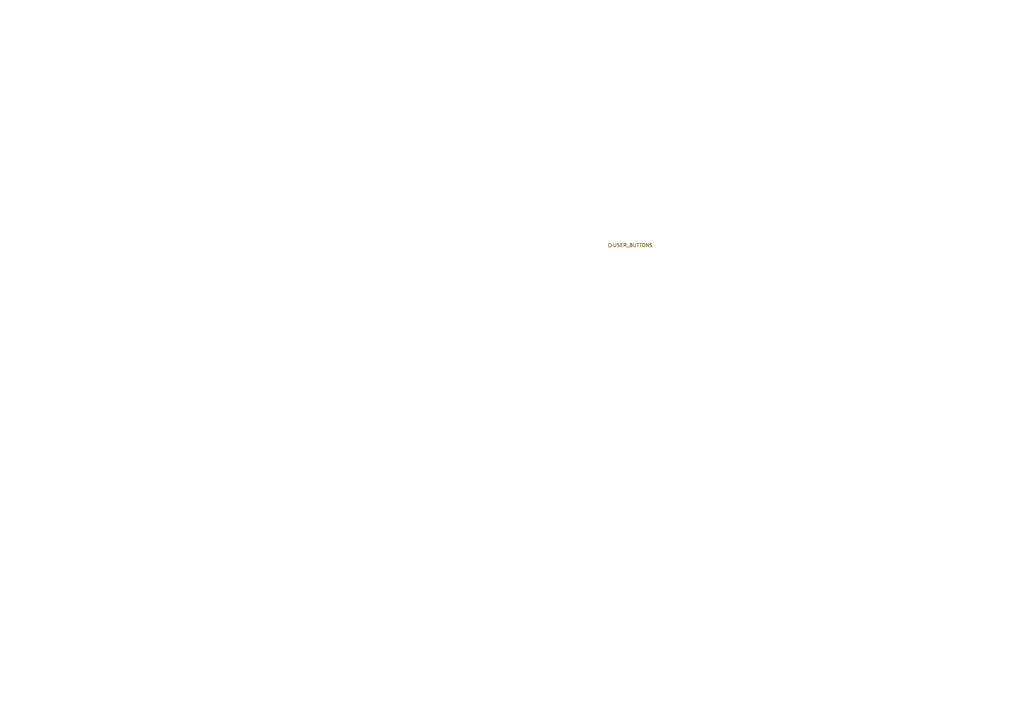
<source format=kicad_sch>
(kicad_sch
	(version 20250114)
	(generator "eeschema")
	(generator_version "9.0")
	(uuid "3e8f595e-1b86-450f-8a17-9a64e3560e7b")
	(paper "A4")
	(lib_symbols)
	(hierarchical_label "USER_BUTTONS"
		(shape output)
		(at 176.53 71.12 0)
		(effects
			(font
				(size 1.016 1.016)
			)
			(justify left)
		)
		(uuid "5d81cf2a-6245-424f-af26-3a8d5d8b7b95")
	)
)

</source>
